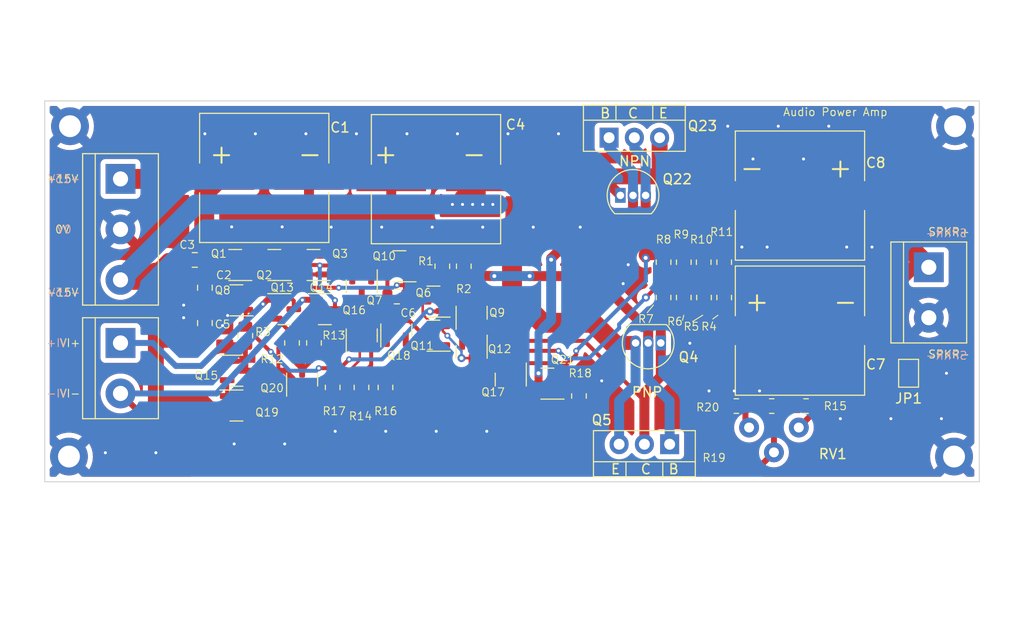
<source format=kicad_pcb>
(kicad_pcb (version 20211014) (generator pcbnew)
  (layers (0 "F.Cu" signal) (31 "B.Cu" signal) (34 "B.Paste" user) (35 "F.Paste" user) (36 "B.SilkS" user "B.Silkscreen") (37 "F.SilkS" user "F.Silkscreen") (38 "B.Mask" user) (39 "F.Mask" user) (44 "Edge.Cuts" user))
  (net 0 "")
  (net 1 "+15V")
  (net 2 "-15V")
  (net 3 "/Vout")
  (net 4 "GND")
  (net 5 "/Vip")
  (net 6 "/Vin")
  (net 7 "Net-(Q1-Pad1)")
  (net 8 "Net-(Q2-Pad1)")
  (net 9 "Net-(Q14-Pad3)")
  (net 10 "/VBP")
  (net 11 "Net-(Q6-Pad2)")
  (net 12 "Net-(Q11-Pad2)")
  (net 13 "Net-(Q13-Pad2)")
  (net 14 "Net-(Q14-Pad2)")
  (net 15 "/VBN")
  (net 16 "Net-(Q15-Pad2)")
  (net 17 "Net-(Q16-Pad2)")
  (net 18 "Net-(Q17-Pad3)")
  (net 19 "Net-(Q20-Pad2)")
  (net 20 "Net-(Q20-Pad3)")
  (net 21 "Net-(Q12-Pad1)")
  (net 22 "Net-(Q4-Pad2)")
  (net 23 "Net-(Q17-Pad1)")
  (net 24 "Net-(Q21-Pad3)")
  (net 25 "/SPKR+")
  (net 26 "Net-(R19-Pad2)")
  (net 27 "Net-(C6-Pad2)")
  (net 28 "Net-(C6-Pad1)")
  (net 29 "Net-(C7-Pad2)")
  (footprint "TerminalBlock:TerminalBlock_bornier-3_P5.08mm" (layer "F.Cu") (at 114.3 97.79 -90)
    (fp_text reference "J1" hide)
    (fp_text value "Conn_01x03")
  )
  (footprint "Package_TO_SOT_SMD:SOT-23" (layer "F.Cu") (at 130.786 110.899)
    (fp_text reference "Q13")
    (fp_text value "MMBT3904")
  )
  (footprint "Resistor_SMD:R_0805_2012Metric" (layer "F.Cu") (at 160.401 119.634 90)
    (fp_text reference "R18")
    (fp_text value "1k")
  )
  (footprint "Package_TO_SOT_SMD:SOT-23" (layer "F.Cu") (at 142.343 106.581 180)
    (fp_text reference "Q10")
    (fp_text value "MMBT5401")
  )
  (footprint "Package_TO_SOT_SMD:SOT-23" (layer "F.Cu") (at 129.77 106.454 180)
    (fp_text reference "Q2")
    (fp_text value "MMBT5401")
  )
  (footprint "Package_TO_SOT_THT:TO-220-3_Vertical" (layer "F.Cu") (at 163.432 93.639)
    (fp_text reference "Q23")
    (fp_text value "TIP41C")
  )
  (footprint "Resistor_SMD:R_0805_2012Metric" (layer "F.Cu") (at 146.661 106.581 90)
    (fp_text reference "R1")
    (fp_text value "1k")
  )
  (footprint "Package_TO_SOT_SMD:SOT-23" (layer "F.Cu") (at 133.707 106.454 180)
    (fp_text reference "Q3")
    (fp_text value "MMBT5401")
  )
  (footprint "Resistor_SMD:R_0805_2012Metric" (layer "F.Cu") (at 176.2285 120.65 180)
    (fp_text reference "R20")
    (fp_text value "0")
  )
  (footprint "Resistor_SMD:R_0805_2012Metric" (layer "F.Cu") (at 175.006 106.172 -90)
    (fp_text reference "R11")
    (fp_text value "1")
  )
  (footprint "TerminalBlock:TerminalBlock_bornier-2_P5.08mm" (layer "F.Cu") (at 114.3 114.3 -90)
    (fp_text reference "J3" hide)
    (fp_text value "Conn_01x02")
  )
  (footprint "MountingHole:MountingHole_2.2mm_M2_DIN965_Pad" (layer "F.Cu") (at 109.117 125.73)
    (fp_text reference "H4" hide)
    (fp_text value "MountingHole_Pad")
  )
  (footprint "MountingHole:MountingHole_2.2mm_M2_DIN965_Pad" (layer "F.Cu") (at 198.223 92.484)
    (fp_text reference "H3" hide)
    (fp_text value "MountingHole_Pad")
  )
  (footprint "Package_TO_SOT_SMD:SOT-23" (layer "F.Cu") (at 134.85 110.899)
    (fp_text reference "Q14")
    (fp_text value "MMBT3904")
  )
  (footprint "Resistor_SMD:R_0805_2012Metric" (layer "F.Cu") (at 133.7564 114.3 90)
    (fp_text reference "R13")
    (fp_text value "100")
  )
  (footprint "Capacitor_SMD:C_0805_2012Metric" (layer "F.Cu") (at 122.785 108.74 -90)
    (fp_text reference "C2")
    (fp_text value "10u")
  )
  (footprint "components_2:cap_elect_CS1E102M-CRI13" (layer "F.Cu") (at 146.026 97.818 -90)
    (fp_text reference "C4")
    (fp_text value "1000u")
  )
  (footprint "Package_TO_SOT_SMD:SOT-23" (layer "F.Cu") (at 149.606 115.189 -90)
    (fp_text reference "Q12")
    (fp_text value "MMBT3904")
  )
  (footprint "Capacitor_SMD:C_0805_2012Metric" (layer "F.Cu") (at 121.769 105.946 180)
    (fp_text reference "C3")
    (fp_text value "10u")
  )
  (footprint "Resistor_SMD:R_0805_2012Metric" (layer "F.Cu") (at 170.942 109.728 -90)
    (fp_text reference "R6")
    (fp_text value "1")
  )
  (footprint "components_2:cap_elect_CS1E102M-CRI13" (layer "F.Cu") (at 182.626 113.058 -90)
    (fp_text reference "C7")
    (fp_text value "1000u")
  )
  (footprint "Package_TO_SOT_SMD:SOT-23" (layer "F.Cu") (at 125.96 110.01 180)
    (fp_text reference "Q8")
    (fp_text value "MMBT5401")
  )
  (footprint "Package_TO_SOT_SMD:SOT-23" (layer "F.Cu") (at 125.833 106.454 180)
    (fp_text reference "Q1")
    (fp_text value "MMBT5401")
  )
  (footprint "Resistor_SMD:R_0805_2012Metric" (layer "F.Cu") (at 138.533 118.773 90)
    (fp_text reference "R14")
    (fp_text value "100")
  )
  (footprint "Resistor_SMD:R_0805_2012Metric" (layer "F.Cu") (at 135.636 118.773 90)
    (fp_text reference "R17")
    (fp_text value "100")
  )
  (footprint "components_2:cap_elect_CS1E102M-CRI13" (layer "F.Cu") (at 128.754 97.691 -90)
    (fp_text reference "C1")
    (fp_text value "1000u")
  )
  (footprint "Package_TO_SOT_SMD:SOT-23" (layer "F.Cu") (at 125.96 117.094)
    (fp_text reference "Q15")
    (fp_text value "MMBT3904")
  )
  (footprint "Package_TO_SOT_SMD:SOT-23" (layer "F.Cu") (at 138.557 113.538 90)
    (fp_text reference "Q16")
    (fp_text value "MMBT3904")
  )
  (footprint "Package_TO_SOT_THT:TO-220-3_Vertical" (layer "F.Cu") (at 169.521 124.4925 180)
    (fp_text reference "Q5")
    (fp_text value "TIP42C")
  )
  (footprint "Resistor_SMD:R_0805_2012Metric" (layer "F.Cu") (at 179.7845 120.65 180)
    (fp_text reference "R19")
    (fp_text value "1k")
  )
  (footprint "Package_TO_SOT_SMD:SOT-23" (layer "F.Cu") (at 142.0368 113.03 90)
    (fp_text reference "Q18")
    (fp_text value "MMBT3904")
  )
  (footprint "Resistor_SMD:R_0805_2012Metric" (layer "F.Cu") (at 131.548 114.3 -90)
    (fp_text reference "R12")
    (fp_text value "100")
  )
  (footprint "Resistor_SMD:R_0805_2012Metric" (layer "F.Cu") (at 126.849 113.566 -90)
    (fp_text reference "R3")
    (fp_text value "4.7k")
  )
  (footprint "Resistor_SMD:R_0805_2012Metric" (layer "F.Cu") (at 175.006 109.728 -90)
    (fp_text reference "R4")
    (fp_text value "1")
  )
  (footprint "Package_TO_SOT_SMD:SOT-23" (layer "F.Cu") (at 153.543 117.983 -90)
    (fp_text reference "Q17")
    (fp_text value "MMBT5401")
  )
  (footprint "Package_TO_SOT_THT:TO-92_Inline" (layer "F.Cu") (at 164.568 99.448)
    (fp_text reference "Q22")
    (fp_text value "PN2222A")
  )
  (footprint "Package_TO_SOT_SMD:SOT-23" (layer "F.Cu") (at 138.557 108.613 -90)
    (fp_text reference "Q7")
    (fp_text value "MMBT5401")
  )
  (footprint "Package_TO_SOT_SMD:SOT-23" (layer "F.Cu") (at 132.564 117.983 90)
    (fp_text reference "Q20")
    (fp_text value "MMBT3904")
  )
  (footprint "Package_TO_SOT_SMD:SOT-23" (layer "F.Cu") (at 145.772 110.137 180)
    (fp_text reference "Q6")
    (fp_text value "MMBT5401")
  )
  (footprint "MountingHole:MountingHole_2.2mm_M2_DIN965_Pad" (layer "F.Cu") (at 198.12 125.73)
    (fp_text reference "H2" hide)
    (fp_text value "MountingHole_Pad")
  )
  (footprint "Resistor_SMD:R_0805_2012Metric" (layer "F.Cu") (at 168.91 106.172 -90)
    (fp_text reference "R8")
    (fp_text value "1")
  )
  (footprint "components_2:bourns_10k_pot_3306W" (layer "F.Cu") (at 182.509 122.809 -90)
    (fp_text reference "RV1")
    (fp_text value "10k")
  )
  (footprint "Package_TO_SOT_SMD:SOT-23" (layer "F.Cu") (at 149.606 111.252 90)
    (fp_text reference "Q9")
    (fp_text value "MMBT3904")
  )
  (footprint "Resistor_SMD:R_0805_2012Metric" (layer "F.Cu") (at 172.946 106.172 -90)
    (fp_text reference "R10")
    (fp_text value "1")
  )
  (footprint "Package_TO_SOT_SMD:SOT-23" (layer "F.Cu") (at 125.96 120.594)
    (fp_text reference "Q19")
    (fp_text value "MMBT3904")
  )
  (footprint "Resistor_SMD:R_0805_2012Metric" (layer "F.Cu") (at 183.237 120.65 180)
    (fp_text reference "R15")
    (fp_text value "10k")
  )
  (footprint "Package_TO_SOT_SMD:SOT-23" (layer "F.Cu") (at 145.772 113.566 180)
    (fp_text reference "Q11")
    (fp_text value "MMBT5401")
  )
  (footprint "components_2:cap_elect_CS1E102M-CRI13" (layer "F.Cu") (at 182.626 99.469 90)
    (fp_text reference "C8")
    (fp_text value "1000u")
  )
  (footprint "Capacitor_SMD:C_0805_2012Metric" (layer "F.Cu") (at 142.089 109.629)
    (fp_text reference "C6")
    (fp_text value "47p")
  )
  (footprint "Jumper:SolderJumper-2_P1.3mm_Open_Pad1.0x1.5mm" (layer "F.Cu") (at 193.548 117.348 -90)
    (fp_text reference "JP1")
    (fp_text value "SolderJumper_2_Open")
  )
  (footprint "Package_TO_SOT_SMD:SOT-23" (layer "F.Cu") (at 157.226 118.392 180)
    (fp_text reference "Q21")
    (fp_text value "MMBT5401")
  )
  (footprint "Package_TO_SOT_THT:TO-92_Inline" (layer "F.Cu") (at 168.632 114.3 180)
    (fp_text reference "Q4")
    (fp_text value "PN2907")
  )
  (footprint "MountingHole:MountingHole_2.2mm_M2_DIN965_Pad" (layer "F.Cu") (at 109.22 92.484)
    (fp_text reference "H1" hide)
    (fp_text value "MountingHole_Pad")
  )
  (footprint "TerminalBlock:TerminalBlock_bornier-2_P5.08mm" (layer "F.Cu") (at 195.58 106.68 -90)
    (fp_text reference "J2" hide)
    (fp_text value "Conn_01x02")
  )
  (footprint "Resistor_SMD:R_0805_2012Metric" (layer "F.Cu") (at 148.82 106.581 90)
    (fp_text reference "R2")
    (fp_text value "1k")
  )
  (footprint "Resistor_SMD:R_0805_2012Metric" (layer "F.Cu") (at 140.946 118.773 -90)
    (fp_text reference "R16")
    (fp_text value "15k")
  )
  (footprint "Resistor_SMD:R_0805_2012Metric" (layer "F.Cu") (at 168.91 109.728 -90)
    (fp_text reference "R7")
    (fp_text value "1")
  )
  (footprint "Capacitor_SMD:C_0805_2012Metric" (layer "F.Cu") (at 122.785 112.296 -90)
    (fp_text reference "C5")
    (fp_text value "10u")
  )
  (footprint "Resistor_SMD:R_0805_2012Metric" (layer "F.Cu") (at 170.942 106.172 -90)
    (fp_text reference "R9")
    (fp_text value "1")
  )
  (footprint "Resistor_SMD:R_0805_2012Metric" (layer "F.Cu") (at 172.974 109.728 -90)
    (fp_text reference "R5")
    (fp_text value "1")
  )
  (gr_line (start 170.815 112.014) (end 170.942 111.506) (layer "F.SilkS") (width 0.1))
  (gr_line (start 167.259 111.252) (end 167.894 110.49) (layer "F.SilkS") (width 0.1))
  (gr_line (start 171.831 112.141) (end 172.847 111.506) (layer "F.SilkS") (width 0.1))
  (gr_line (start 173.863 111.887) (end 174.371 111.506) (layer "F.SilkS") (width 0.1))
  (gr_line (start 106.68 128.27) (end 200.66 128.27) (layer "Edge.Cuts") (width 0.1))
  (gr_line (start 200.66 89.944) (end 106.68 89.944) (layer "Edge.Cuts") (width 0.1))
  (gr_line (start 106.68 89.944) (end 106.68 128.27) (layer "Edge.Cuts") (width 0.1))
  (gr_line (start 200.66 128.27) (end 200.66 89.944) (layer "Edge.Cuts") (width 0.1))
  (gr_text "-15V" (at 108.648572 109.22) (layer "B.SilkS") (effects (font (size 0.8 0.8) (thickness 0.1)) (justify mirror)))
  (gr_text "VI-" (at 107.886572 119.38) (layer "B.SilkS") (effects (font (size 0.8 0.8) (thickness 0.1)) (justify mirror)))
  (gr_text "SPKR-" (at 197.358 115.57) (layer "B.SilkS") (effects (font (size 0.8 0.8) (thickness 0.1)) (justify mirror)))
  (gr_text "VI+" (at 107.886572 114.3) (layer "B.SilkS") (effects (font (size 0.8 0.8) (thickness 0.1)) (justify mirror)))
  (gr_text "SPKR+" (at 197.358 103.251) (layer "B.SilkS") (effects (font (size 0.8 0.8) (thickness 0.1)) (justify mirror)))
  (gr_text "0V" (at 108.648572 102.87) (layer "B.SilkS") (effects (font (size 0.8 0.8) (thickness 0.1)) (justify mirror)))
  (gr_text "+15V" (at 108.648572 97.79) (layer "B.SilkS") (effects (font (size 0.8 0.8) (thickness 0.1)) (justify mirror)))
  (gr_text "B" (at 169.926 127) (layer "F.SilkS") (effects (font (size 1 1))))
  (gr_text "-" (at 133.35 95.25) (layer "F.SilkS") (effects (font (size 2 2) (thickness 0.2))))
  (gr_text "SPKR+" (at 197.612 103.124) (layer "F.SilkS") (effects (font (size 0.8 0.8) (thickness 0.1))))
  (gr_text "-" (at 177.8 96.647) (layer "F.SilkS") (effects (font (size 2 2) (thickness 0.2))))
  (gr_text "B" (at 163.044 91.186) (layer "F.SilkS") (effects (font (size 1 1))))
  (gr_text "VI+" (at 109.22 114.3) (layer "F.SilkS") (effects (font (size 0.8 0.8) (thickness 0.1))))
  (gr_text "E" (at 168.886 91.186) (layer "F.SilkS") (effects (font (size 1 1))))
  (gr_text "PNP" (at 167.259 119.253) (layer "F.SilkS") (effects (font (size 1 1))))
  (gr_text "+" (at 124.46 95.25) (layer "F.SilkS") (effects (font (size 2 2) (thickness 0.2))))
  (gr_text "VI-" (at 109.22 119.38) (layer "F.SilkS") (effects (font (size 0.8 0.8) (thickness 0.1))))
  (gr_text "+" (at 186.69 96.647) (layer "F.SilkS") (effects (font (size 2 2) (thickness 0.2))))
  (gr_text "-" (at 149.86 95.25) (layer "F.SilkS") (effects (font (size 2 2) (thickness 0.2))))
  (gr_text "+" (at 178.308 110.109) (layer "F.SilkS") (effects (font (size 2 2) (thickness 0.2))))
  (gr_text "E" (at 164.084 127) (layer "F.SilkS") (effects (font (size 1 1))))
  (gr_text "-15V" (at 108.458 109.22) (layer "F.SilkS") (effects (font (size 0.8 0.8) (thickness 0.1))))
  (gr_text "C" (at 165.838 91.186) (layer "F.SilkS") (effects (font (size 1 1))))
  (gr_text "Audio Power Amp" (at 186.182 91.059) (layer "F.SilkS") (effects (font (size 0.8 0.8) (thickness 0.1))))
  (gr_text "-" (at 187.198 110.109) (layer "F.SilkS") (effects (font (size 2 2) (thickness 0.2))))
  (gr_text "SPKR-" (at 197.612 115.443) (layer "F.SilkS") (effects (font (size 0.8 0.8) (thickness 0.1))))
  (gr_text "C" (at 167.132 127) (layer "F.SilkS") (effects (font (size 1 1))))
  (gr_text "NPN" (at 165.989 96.012) (layer "F.SilkS") (effects (font (size 1 1))))
  (gr_text "0V" (at 108.458 102.87) (layer "F.SilkS") (effects (font (size 0.8 0.8) (thickness 0.1))))
  (gr_text "+15V" (at 108.458 97.79) (layer "F.SilkS") (effects (font (size 0.8 0.8) (thickness 0.1))))
  (gr_text "+" (at 140.97 95.25) (layer "F.SilkS") (effects (font (size 2 2) (thickness 0.2))))
  (segment (start 161.544 112.268) (end 161.671 112.141) (width 1.6) (layer "F.Cu") (net 1))
  (segment (start 141.9165 104.267) (end 143.2805 105.631) (width 0.6) (layer "F.Cu") (net 1))
  (segment (start 132.969 105.029) (end 133.444 105.504) (width 0.6) (layer "F.Cu") (net 1))
  (segment (start 125.349 104.267) (end 128.905 104.267) (width 1.6) (layer "F.Cu") (net 1))
  (segment (start 122.785 106.012) (end 122.719 105.946) (width 0.6) (layer "F.Cu") (net 1))
  (segment (start 156.718 112.268) (end 161.544 112.268) (width 2) (layer "F.Cu") (net 1))
  (segment (start 132.969 104.267) (end 141.224 104.267) (width 1.6) (layer "F.Cu") (net 1))
  (segment (start 148.844 105.6445) (end 148.82 105.6685) (width 0.6) (layer "F.Cu") (net 1))
  (segment (start 122.719 105.946) (end 122.719 104.992) (width 2) (layer "F.Cu") (net 1))
  (segment (start 141.224 104.267) (end 141.9165 104.267) (width 0.6) (layer "F.Cu") (net 1))
  (segment (start 128.905 104.267) (end 132.969 104.267) (width 1.6) (layer "F.Cu") (net 1))
  (segment (start 122.719 104.992) (end 122.719 99.226) (width 2) (layer "F.Cu") (net 1))
  (segment (start 124.155 97.79) (end 124.254 97.691) (width 2) (layer "F.Cu") (net 1))
  (segment (start 152.781 104.267) (end 153.67 105.156) (width 1.6) (layer "F.Cu") (net 1))
  (segment (start 141.224 104.267) (end 145.796 104.267) (width 1.6) (layer "F.Cu") (net 1))
  (segment (start 145.796 104.267) (end 148.844 104.267) (width 1.6) (layer "F.Cu") (net 1))
  (segment (start 132.969 104.267) (end 132.969 105.029) (width 0.6) (layer "F.Cu") (net 1))
  (segment (start 122.785 107.79) (end 122.785 106.012) (width 1.2) (layer "F.Cu") (net 1))
  (segment (start 153.67 109.22) (end 156.718 112.268) (width 2) (layer "F.Cu") (net 1))
  (segment (start 130.7075 105.504) (end 130.142 105.504) (width 0.6) (layer "F.Cu") (net 1))
  (segment (start 148.844 104.267) (end 148.844 105.6445) (width 0.6) (layer "F.Cu") (net 1))
  (segment (start 122.719 99.226) (end 124.254 97.691) (width 2) (layer "F.Cu") (net 1))
  (segment (start 122.719 105.946) (end 122.719 105.881) (width 1.6) (layer "F.Cu") (net 1))
  (segment (start 122.719 105.946) (end 123.161 105.504) (width 0.6) (layer "F.Cu") (net 1))
  (segment (start 161.671 112.141) (end 163.83 114.3) (width 2) (layer "F.Cu") (net 1))
  (segment (start 145.796 104.267) (end 145.796 104.8035) (width 0.6) (layer "F.Cu") (net 1))
  (segment (start 145.796 104.8035) (end 146.661 105.6685) (width 0.6) (layer "F.Cu") (net 1))
  (segment (start 126.586 105.504) (end 125.349 104.267) (width 0.6) (layer "F.Cu") (net 1))
  (segment (start 123.444 104.267) (end 125.349 104.267) (width 1.6) (layer "F.Cu") (net 1))
  (segment (start 153.67 105.156) (end 153.67 109.22) (width 2) (layer "F.Cu") (net 1))
  (segment (start 133.444 105.504) (end 134.6445 105.504) (width 0.6) (layer "F.Cu") (net 1))
  (segment (start 163.83 114.3) (end 165.93748 114.3) (width 1.4) (layer "F.Cu") (net 1))
  (segment (start 148.844 104.267) (end 152.781 104.267) (width 1.6) (layer "F.Cu") (net 1))
  (segment (start 130.142 105.504) (end 128.905 104.267) (width 0.6) (layer "F.Cu") (net 1))
  (segment (start 114.3 97.79) (end 124.155 97.79) (width 2) (layer "F.Cu") (net 1))
  (segment (start 126.7705 105.504) (end 126.586 105.504) (width 0.6) (layer "F.Cu") (net 1))
  (segment (start 166.092 114.3) (end 166.092 118.482) (width 1) (layer "B.Cu") (net 1))
  (segment (start 164.441 120.133) (end 164.441 124.4925) (width 1) (layer "B.Cu") (net 1))
  (segment (start 166.092 118.482) (end 164.441 120.133) (width 1) (layer "B.Cu") (net 1))
  (segment (start 136.9855 117.3995) (end 138.36052 116.02448) (width 0.254) (layer "F.Cu") (net 2))
  (segment (start 117.098 107.95) (end 117.832 107.216) (width 2) (layer "F.Cu") (net 2))
  (segment (start 117.856 120.142) (end 122.428 120.142) (width 1.6) (layer "F.Cu") (net 2))
  (segment (start 119.102 105.946) (end 120.819 105.946) (width 1) (layer "F.Cu") (net 2))
  (segment (start 119.864 114.074) (end 121.957 114.074) (width 1.4) (layer "F.Cu") (net 2))
  (segment (start 151.638 120.65) (end 160.2975 120.65) (width 1.4) (layer "F.Cu") (net 2))
  (segment (start 117.832 107.216) (end 119.102 105.946) (width 1.4) (layer "F.Cu") (net 2))
  (segment (start 121.957 114.074) (end 122.785 113.246) (width 1.4) (layer "F.Cu") (net 2))
  (segment (start 135.104 119.6855) (end 140.946 119.6855) (width 1.4) (layer "F.Cu") (net 2))
  (segment (start 150.526 97.818) (end 162.938 97.818) (width 2) (layer "F.Cu") (net 2))
  (segment (start 124.333 122.047) (end 132.7425 122.047) (width 1.6) (layer "F.Cu") (net 2))
  (segment (start 117.832 113.312) (end 117.832 114.276) (width 1.4) (layer "F.Cu") (net 2))
  (segment (start 138.4551 109.5505) (end 137.668 110.3376) (width 0.254) (layer "F.Cu") (net 2))
  (segment (start 133.1235 121.666) (end 135.104 119.6855) (width 1.4) (layer "F.Cu") (net 2))
  (segment (start 140.946 119.6855) (end 150.6735 119.6855) (width 1.4) (layer "F.Cu") (net 2))
  (segment (start 137.668 110.3376) (end 137.668 113.125099) (width 0.254) (layer "F.Cu") (net 2))
  (segment (start 163.1185 97.536) (end 168.259 97.536) (width 1.6) (layer "F.Cu") (net 2))
  (segment (start 148.693 99.651) (end 150.526 97.818) (width 1.6) (layer "F.Cu") (net 2))
  (segment (start 148.693 100.358) (end 148.693 99.651) (width 1.6) (layer "F.Cu") (net 2))
  (segment (start 117.856 113.336) (end 117.856 120.142) (width 1.6) (layer "F.Cu") (net 2))
  (segment (start 137.668 113.125099) (end 138.36052 113.817619) (width 0.254) (layer "F.Cu") (net 2))
  (segment (start 114.3 107.95) (end 117.098 107.95) (width 2) (layer "F.Cu") (net 2))
  (segment (start 138.36052 113.817619) (end 138.36052 116.02448) (width 0.254) (layer "F.Cu") (net 2))
  (segment (start 117.832 113.312) (end 117.832 107.216) (width 1.6) (layer "F.Cu") (net 2))
  (segment (start 117.832 113.312) (end 117.856 113.336) (width 1.4) (layer "F.Cu") (net 2))
  (segment (start 150.6735 119.6855) (end 151.638 120.65) (width 1.4) (layer "F.Cu") (net 2))
  (segment (start 160.2975 120.65) (end 160.401 120.5465) (width 1.4) (layer "F.Cu") (net 2))
  (segment (start 132.7425 122.047) (end 133.1235 121.666) (width 1.6) (layer "F.Cu") (net 2))
  (segment (start 136.9855 119.6855) (end 136.9855 117.3995) (width 0.254) (layer "F.Cu") (net 2))
  (segment (start 168.259 97.536) (end 168.512 97.283) (width 1.6) (layer "F.Cu") (net 2))
  (segment (start 162.938 97.818) (end 164.568 99.448) (width 1) (layer "F.Cu") (net 2))
  (segment (start 119.864 114.074) (end 118.594 114.074) (width 1.4) (layer "F.Cu") (net 2))
  (segment (start 168.512 97.283) (end 168.512 93.639) (width 1.6) (layer "F.Cu") (net 2))
  (segment (start 118.594 114.074) (end 117.832 113.312) (width 1.4) (layer "F.Cu") (net 2))
  (segment (start 122.428 120.142) (end 124.333 122.047) (width 1.6) (layer "F.Cu") (net 2))
  (segment (start 138.557 109.5505) (end 138.4551 109.5505) (width 0.254) (layer "F.Cu") (net 2))
  (via (at 149.709 100.358) (size 0.6) (drill 0.3) (layers "F.Cu" "B.Cu") (net 2))
  (via (at 151.741 100.358) (size 0.6) (drill 0.3) (layers "F.Cu" "B.Cu") (net 2))
  (via (at 147.677 100.358) (size 0.6) (drill 0.3) (layers "F.Cu" "B.Cu") (net 2))
  (via (at 150.725 100.358) (size 0.6) (drill 0.3) (layers "F.Cu" "B.Cu") (net 2))
  (via (at 148.693 100.358) (size 0.6) (drill 0.3) (layers "F.Cu" "B.Cu") (net 2))
  (segment (start 147.677 100.358) (end 152.249 100.358) (width 2) (layer "B.Cu") (net 2))
  (segment (start 147.677 100.358) (end 121.892 100.358) (width 2) (layer "B.Cu") (net 2))
  (segment (start 121.892 100.358) (end 114.3 107.95) (width 2) (layer "B.Cu") (net 2))
  (segment (start 148.656 114.2515) (end 149.144599 114.2515) (width 0.254) (layer "F.Cu") (net 3))
  (segment (start 184.1495 120.65) (end 184.1495 118.0125) (width 0.6) (layer "F.Cu") (net 3))
  (segment (start 168.0445 108.8155) (end 167.132 109.728) (width 0.4) (layer "F.Cu") (net 3))
  (segment (start 154.5485 115.09) (end 152.593 117.0455) (width 0.4) (layer "F.Cu") (net 3))
  (segment (start 184.1495 121.1685) (end 184.1495 120.65) (width 0.4) (layer "F.Cu") (net 3))
  (segment (start 149.144599 114.2515) (end 151.938599 117.0455) (width 0.254) (layer "F.Cu") (net 3))
  (segment (start 168.91 108.8155) (end 168.0445 108.8155) (width 0.4) (layer "F.Cu") (net 3))
  (segment (start 158.345 115.09) (end 154.5485 115.09) (width 0.4) (layer "F.Cu") (net 3))
  (segment (start 181.161 117.998) (end 184.135 117.998) (width 2) (layer "F.Cu") (net 3))
  (segment (start 178.126 114.963) (end 181.161 117.998) (width 2) (layer "F.Cu") (net 3))
  (segment (start 184.135 117.998) (end 190.866 117.998) (width 2) (layer "F.Cu") (net 3))
  (segment (start 178.126 113.058) (end 178.126 112.196) (width 2) (layer "F.Cu") (net 3))
  (segment (start 182.509 122.809) (end 184.1495 121.1685) (width 0.6) (layer "F.Cu") (net 3))
  (segment (start 193.548 117.998) (end 190.866 117.998) (width 1.2) (layer "F.Cu") (net 3))
  (segment (start 184.1495 118.0125) (end 184.135 117.998) (width 0.4) (layer "F.Cu") (net 3))
  (segment (start 151.938599 117.0455) (end 152.593 117.0455) (width 0.254) (layer "F.Cu") (net 3))
  (segment (start 178.126 112.196) (end 179.959 110.363) (width 2) (layer "F.Cu") (net 3))
  (segment (start 178.126 113.058) (end 178.126 114.963) (width 2) (layer "F.Cu") (net 3))
  (via (at 167.132 109.728) (size 0.8) (drill 0.4) (layers "F.Cu" "B.Cu") (net 3))
  (via (at 158.345 115.09) (size 0.6) (drill 0.3) (layers "F.Cu" "B.Cu") (net 3))
  (segment (start 161.393 115.852) (end 159.107 115.852) (width 0.4) (layer "B.Cu") (net 3))
  (segment (start 164.441 112.804) (end 161.393 115.852) (width 0.4) (layer "B.Cu") (net 3))
  (segment (start 164.441 112.419) (end 167.132 109.728) (width 0.4) (layer "B.Cu") (net 3))
  (segment (start 164.441 112.804) (end 164.441 112.419) (width 0.4) (layer "B.Cu") (net 3))
  (segment (start 159.107 115.852) (end 158.345 115.09) (width 0.4) (layer "B.Cu") (net 3))
  (via (at 150.725 102.644) (size 0.6) (drill 0.3) (layers "F.Cu" "B.Cu") (net 4))
  (via (at 171.553 114.328) (size 0.6) (drill 0.3) (layers "F.Cu" "B.Cu") (net 4))
  (via (at 135.485 102.644) (size 0.6) (drill 0.3) (layers "F.Cu" "B.Cu") (net 4))
  (via (at 160.528 102.644) (size 0.6) (drill 0.3) (layers "F.Cu" "B.Cu") (net 4))
  (via (at 187.325 104.648) (size 0.6) (drill 0.3) (layers "F.Cu" "B.Cu") (net 4))
  (via (at 122.785 93.246) (size 0.6) (drill 0.3) (layers "F.Cu" "B.Cu") (net 4))
  (via (at 175.363 92.484) (size 0.6) (drill 0.3) (layers "F.Cu" "B.Cu") (net 4))
  (via (at 185.523 92.484) (size 0.6) (drill 0.3) (layers "F.Cu" "B.Cu") (net 4))
  (via (at 132.945 93.246) (size 0.6) (drill 0.3) (layers "F.Cu" "B.Cu") (net 4))
  (via (at 153.265 93.246) (size 0.6) (drill 0.3) (layers "F.Cu" "B.Cu") (net 4))
  (via (at 177.903 95.786) (size 0.6) (drill 0.3) (layers "F.Cu" "B.Cu") (net 4))
  (via (at 176.784 104.648) (size 0.6) (drill 0.3) (layers "F.Cu" "B.Cu") (net 4))
  (via (at 125.73 124.46) (size 0.6) (drill 0.3) (layers "F.Cu" "B.Cu") (net 4))
  (via (at 164.846 108.331) (size 0.6) (drill 0.3) (layers "F.Cu" "B.Cu") (net 4))
  (via (at 182.983 95.786) (size 0.6) (drill 0.3) (layers "F.Cu" "B.Cu") (net 4))
  (via (at 191.77 121.92) (size 0.6) (drill 0.3) (layers "F.Cu" "B.Cu") (net 4))
  (via (at 125.071 111.534) (size 0.6) (drill 0.3) (layers "F.Cu" "B.Cu") (net 4))
  (via (at 143.105 93.246) (size 0.6) (drill 0.3) (layers "F.Cu" "B.Cu") (net 4))
  (via (at 120.65 110.49) (size 0.6) (drill 0.3) (layers "F.Cu" "B.Cu") (net 4))
  (via (at 127.865 93.246) (size 0.6) (drill 0.3) (layers "F.Cu" "B.Cu") (net 4))
  (via (at 120.65 111.76) (size 0.6) (drill 0.3) (layers "F.Cu" "B.Cu") (net 4))
  (via (at 130.81 124.46) (size 0.6) (drill 0.3) (layers "F.Cu" "B.Cu") (net 4))
  (via (at 130.556 102.616) (size 0.6) (drill 0.3) (layers "F.Cu" "B.Cu") (net 4))
  (via (at 162.687 118.11) (size 0.6) (drill 0.3) (layers "F.Cu" "B.Cu") (net 4))
  (via (at 158.345 93.246) (size 0.6) (drill 0.3) (layers "F.Cu" "B.Cu") (net 4))
  (via (at 189.865 104.648) (size 0.6) (drill 0.3) (layers "F.Cu" "B.Cu") (net 4))
  (via (at 151.13 123.19) (size 0.6) (drill 0.3) (layers "F.Cu" "B.Cu") (net 4))
  (via (at 173.482 119.126) (size 0.6) (drill 0.3) (layers "F.Cu" "B.Cu") (net 4))
  (via (at 138.025 93.246) (size 0.6) (drill 0.3) (layers "F.Cu" "B.Cu") (net 4))
  (via (at 124.563 112.55) (size 0.6) (drill 0.3) (layers "F.Cu" "B.Cu") (net 4))
  (via (at 145.645 102.644) (size 0.6) (drill 0.3) (layers "F.Cu" "B.Cu") (net 4))
  (via (at 186.69 121.92) (size 0.6) (drill 0.3) (layers "F.Cu" "B.Cu") (net 4))
  (via (at 140.97 123.19) (size 0.6) (drill 0.3) (layers "F.Cu" "B.Cu") (net 4))
  (via (at 155.805 102.644) (size 0.6) (drill 0.3) (layers "F.Cu" "B.Cu") (net 4))
  (via (at 117.856 125.349) (size 0.6) (drill 0.3) (layers "F.Cu" "B.Cu") (net 4))
  (via (at 196.85 121.92) (size 0.6) (drill 0.3) (layers "F.Cu" "B.Cu") (net 4))
  (via (at 197.358 117.348) (size 0.6) (drill 0.3) (layers "F.Cu" "B.Cu") (net 4))
  (via (at 180.443 92.484) (size 0.6) (drill 0.3) (layers "F.Cu" "B.Cu") (net 4))
  (via (at 165.354 106.426) (size 0.6) (drill 0.3) (layers "F.Cu" "B.Cu") (net 4))
  (via (at 135.89 123.19) (size 0.6) (drill 0.3) (layers "F.Cu" "B.Cu") (net 4))
  (via (at 125.476 102.616) (size 0.6) (drill 0.3) (layers "F.Cu" "B.Cu") (net 4))
  (via (at 112.776 125.349) (size 0.6) (drill 0.3) (layers "F.Cu" "B.Cu") (net 4))
  (via (at 148.185 93.246) (size 0.6) (drill 0.3) (layers "F.Cu" "B.Cu") (net 4))
  (via (at 179.324 104.648) (size 0.6) (drill 0.3) (layers "F.Cu" "B.Cu") (net 4))
  (via (at 146.05 123.19) (size 0.6) (drill 0.3) (layers "F.Cu" "B.Cu") (net 4))
  (via (at 176.022 119.126) (size 0.6) (drill 0.3) (layers "F.Cu" "B.Cu") (net 4))
  (via (at 140.565 102.644) (size 0.6) (drill 0.3) (layers "F.Cu" "B.Cu") (net 4))
  (via (at 178.562 119.126) (size 0.6) (drill 0.3) (layers "F.Cu" "B.Cu") (net 4))
  (segment (start 129.069 109.949) (end 128.627 110.391) (width 0.6) (layer "F.Cu") (net 5))
  (segment (start 129.8485 109.949) (end 129.069 109.949) (width 0.6) (layer "F.Cu") (net 5))
  (via (at 128.627 110.391) (size 0.6) (drill 0.3) (layers "F.Cu" "B.Cu") (net 5))
  (segment (start 117.55 114.3) (end 119.864 116.614) (width 0.6) (layer "B.Cu") (net 5))
  (segment (start 119.864 116.614) (end 122.404 116.614) (width 0.6) (layer "B.Cu") (net 5))
  (segment (start 114.3 114.3) (end 117.55 114.3) (width 0.6) (layer "B.Cu") (net 5))
  (segment (start 122.404 116.614) (end 128.627 110.391) (width 0.6) (layer "B.Cu") (net 5))
  (segment (start 180.009 125.309) (end 180.009 121.338) (width 0.6) (layer "F.Cu") (net 6))
  (segment (start 133.9125 109.949) (end 132.621 109.949) (width 0.6) (layer "F.Cu") (net 6))
  (segment (start 114.3 119.38) (end 121.666 126.746) (width 0.6) (layer "F.Cu") (net 6))
  (segment (start 178.572 126.746) (end 121.666 126.746) (width 0.6) (layer "F.Cu") (net 6))
  (segment (start 180.009 125.309) (end 178.572 126.746) (width 0.6) (layer "F.Cu") (net 6))
  (segment (start 180.009 121.338) (end 180.697 120.65) (width 0.6) (layer "F.Cu") (net 6))
  (segment (start 132.621 109.949) (end 132.588 109.982) (width 0.4) (layer "F.Cu") (net 6))
  (segment (start 180.697 120.65) (end 182.3245 120.65) (width 0.6) (layer "F.Cu") (net 6))
  (via (at 132.588 109.982) (size 0.6) (drill 0.3) (layers "F.Cu" "B.Cu") (net 6))
  (segment (start 123.96832 119.38) (end 114.3 119.38) (width 0.6) (layer "B.Cu") (net 6))
  (segment (start 132.588 109.982) (end 123.96832 119.38) (width 0.6) (layer "B.Cu") (net 6))
  (segment (start 125.0225 106.454) (end 125.9475 106.454) (width 0.4) (layer "F.Cu") (net 7))
  (segment (start 125.9475 106.454) (end 126.8975 107.404) (width 0.4) (layer "F.Cu") (net 7))
  (segment (start 126.8975 107.404) (end 126.8975 109.06) (width 0.4) (layer "F.Cu") (net 7))
  (segment (start 137.1845 107.404) (end 137.456 107.6755) (width 0.4) (layer "F.Cu") (net 8))
  (segment (start 130.7075 107.404) (end 137.1845 107.404) (width 0.4) (layer "F.Cu") (net 8))
  (segment (start 132.7695 106.454) (end 134.2925 106.454) (width 0.4) (layer "F.Cu") (net 9))
  (segment (start 135.866 110.883) (end 135.85 110.899) (width 0.4) (layer "F.Cu") (net 9))
  (segment (start 135.866 110.01) (end 135.866 110.883) (width 0.4) (layer "F.Cu") (net 9))
  (segment (start 134.342 106.5035) (end 138.184 106.5035) (width 0.4) (layer "F.Cu") (net 9))
  (segment (start 134.2925 106.454) (end 134.342 106.5035) (width 0.4) (layer "F.Cu") (net 9))
  (segment (start 138.184 106.5035) (end 139.356 107.6755) (width 0.4) (layer "F.Cu") (net 9))
  (via (at 134.342 106.5035) (size 0.6) (drill 0.3) (layers "F.Cu" "B.Cu") (net 9))
  (via (at 135.866 110.01) (size 0.6) (drill 0.3) (layers "F.Cu" "B.Cu") (net 9))
  (segment (start 134.342 108.486) (end 135.866 110.01) (width 0.4) (layer "B.Cu") (net 9))
  (segment (start 134.342 106.5035) (end 134.342 108.486) (width 0.4) (layer "B.Cu") (net 9))
  (segment (start 129.413 115.189) (end 129.0315 114.836) (width 0.4) (layer "F.Cu") (net 10))
  (segment (start 129.0315 114.836) (end 126.849 112.6535) (width 0.4) (layer "F.Cu") (net 10))
  (segment (start 125.9475 110.01) (end 126.8975 110.96) (width 0.4) (layer "F.Cu") (net 10))
  (segment (start 146.6715 111.125) (end 146.7095 111.087) (width 0.4) (layer "F.Cu") (net 10))
  (segment (start 134.239 116.84) (end 136.398 116.84) (width 0.4) (layer "F.Cu") (net 10))
  (segment (start 125.0225 110.01) (end 125.9475 110.01) (width 0.4) (layer "F.Cu") (net 10))
  (segment (start 145.415 111.125) (end 146.6715 111.125) (width 0.4) (layer "F.Cu") (net 10))
  (segment (start 136.398 116.84) (end 137.287 115.951) (width 0.4) (layer "F.Cu") (net 10))
  (segment (start 126.8975 110.96) (end 126.8975 112.605) (width 0.4) (layer "F.Cu") (net 10))
  (segment (start 126.8975 112.605) (end 126.849 112.6535) (width 0.4) (layer "F.Cu") (net 10))
  (via (at 137.287 115.951) (size 0.6) (drill 0.3) (layers "F.Cu" "B.Cu") (net 10))
  (via (at 134.239 116.84) (size 0.6) (drill 0.3) (layers "F.Cu" "B.Cu") (net 10))
  (via (at 129.413 115.189) (size 0.6) (drill 0.3) (layers "F.Cu" "B.Cu") (net 10))
  (via (at 145.415 111.125) (size 0.8) (drill 0.4) (layers "F.Cu" "B.Cu") (net 10))
  (segment (start 140.589 115.951) (end 141.351 115.189) (width 0.4) (layer "B.Cu") (net 10))
  (segment (start 133.985 117.094) (end 134.239 116.84) (width 0.4) (layer "B.Cu") (net 10))
  (segment (start 129.413 115.189) (end 131.318 117.094) (width 0.4) (layer "B.Cu") (net 10))
  (segment (start 137.287 115.951) (end 140.589 115.951) (width 0.4) (layer "B.Cu") (net 10))
  (segment (start 145.038 111.125) (end 145.415 111.125) (width 0.4) (layer "B.Cu") (net 10))
  (segment (start 131.318 117.094) (end 133.985 117.094) (width 0.4) (layer "B.Cu") (net 10))
  (segment (start 141.351 115.189) (end 145.038 111.125) (width 0.4) (layer "B.Cu") (net 10))
  (segment (start 146.7095 107.542) (end 146.661 107.4935) (width 0.6) (layer "F.Cu") (net 11))
  (segment (start 146.7095 109.187) (end 146.7095 107.542) (width 0.6) (layer "F.Cu") (net 11))
  (segment (start 149.3035 115.824) (end 149.606 116.1265) (width 0.254) (layer "F.Cu") (net 12))
  (segment (start 146.7095 113.1065) (end 147.169 113.566) (width 0.254) (layer "F.Cu") (net 12))
  (segment (start 144.688489 110.283011) (end 144.688489 111.425932) (width 0.254) (layer "F.Cu") (net 12))
  (segment (start 145.878557 112.616) (end 146.7095 112.616) (width 0.254) (layer "F.Cu") (net 12))
  (segment (start 144.688489 111.425932) (end 145.878557 112.616) (width 0.254) (layer "F.Cu") (net 12))
  (segment (start 148.59 115.824) (end 149.3035 115.824) (width 0.254) (layer "F.Cu") (net 12))
  (segment (start 144.8345 110.137) (end 144.688489 110.283011) (width 0.254) (layer "F.Cu") (net 12))
  (segment (start 146.7095 112.616) (end 148.2295 112.616) (width 0.254) (layer "F.Cu") (net 12))
  (segment (start 148.2295 112.616) (end 148.656 112.1895) (width 0.254) (layer "F.Cu") (net 12))
  (segment (start 146.7095 112.616) (end 146.7095 113.1065) (width 0.254) (layer "F.Cu") (net 12))
  (via (at 147.169 113.566) (size 0.6) (drill 0.3) (layers "F.Cu" "B.Cu") (net 12))
  (via (at 148.59 115.824) (size 0.8) (drill 0.4) (layers "F.Cu" "B.Cu") (net 12))
  (segment (start 148.59 115.824) (end 148.59 115.114) (width 0.254) (layer "B.Cu") (net 12))
  (segment (start 148.59 115.114) (end 147.169 113.566) (width 0.254) (layer "B.Cu") (net 12))
  (segment (start 129.8485 111.849) (end 130.0095 111.849) (width 0.4) (layer "F.Cu") (net 13))
  (segment (start 130.0095 111.849) (end 131.548 113.3875) (width 0.4) (layer "F.Cu") (net 13))
  (segment (start 133.9125 113.2314) (end 133.7564 113.3875) (width 0.4) (layer "F.Cu") (net 14))
  (segment (start 133.9125 111.849) (end 133.9125 113.2314) (width 0.4) (layer "F.Cu") (net 14))
  (segment (start 137.55898 114.30048) (end 130.68252 114.30048) (width 0.4) (layer "F.Cu") (net 15))
  (segment (start 130.81 117.094) (end 131.614 117.898) (width 0.6) (layer "F.Cu") (net 15))
  (segment (start 131.614 117.898) (end 131.614 118.9205) (width 0.6) (layer "F.Cu") (net 15))
  (segment (start 126.8975 117.094) (end 130.175 117.094) (width 0.6) (layer "F.Cu") (net 15))
  (segment (start 130.68252 114.30048) (end 130.175 114.808) (width 0.4) (layer "F.Cu") (net 15))
  (segment (start 130.175 117.094) (end 130.81 117.094) (width 0.6) (layer "F.Cu") (net 15))
  (segment (start 130.175 114.808) (end 130.175 117.094) (width 0.4) (layer "F.Cu") (net 15))
  (segment (start 125.0225 119.644) (end 125.9475 119.644) (width 0.4) (layer "F.Cu") (net 16))
  (segment (start 125.9475 119.644) (end 126.8975 120.594) (width 0.4) (layer "F.Cu") (net 16))
  (segment (start 125.0225 119.644) (end 125.0225 117.945) (width 0.4) (layer "F.Cu") (net 16))
  (segment (start 139.507 116.525) (end 139.507 114.4755) (width 0.4) (layer "F.Cu") (net 17))
  (segment (start 138.533 117.499) (end 139.507 116.525) (width 0.4) (layer "F.Cu") (net 17))
  (segment (start 138.533 117.8605) (end 138.533 117.499) (width 0.4) (layer "F.Cu") (net 17))
  (segment (start 141.26802 118.18252) (end 152.80502 118.18252) (width 0.4) (layer "F.Cu") (net 18))
  (segment (start 141.1687 117.8605) (end 142.9868 116.0424) (width 0.4) (layer "F.Cu") (net 18))
  (segment (start 140.946 117.8605) (end 141.1687 117.8605) (width 0.4) (layer "F.Cu") (net 18))
  (segment (start 142.9868 116.0424) (end 142.9868 113.9675) (width 0.4) (layer "F.Cu") (net 18))
  (segment (start 140.946 117.8605) (end 141.26802 118.18252) (width 0.4) (layer "F.Cu") (net 18))
  (segment (start 153.543 118.9205) (end 153.9645 119.342) (width 0.4) (layer "F.Cu") (net 18))
  (segment (start 153.9645 119.342) (end 158.1635 119.342) (width 0.4) (layer "F.Cu") (net 18))
  (segment (start 152.80502 118.18252) (end 153.543 118.9205) (width 0.4) (layer "F.Cu") (net 18))
  (segment (start 134.574 117.8605) (end 133.514 118.9205) (width 0.4) (layer "F.Cu") (net 19))
  (segment (start 135.636 117.8605) (end 134.574 117.8605) (width 0.4) (layer "F.Cu") (net 19))
  (segment (start 133.7564 115.2125) (end 133.7564 115.8531) (width 0.4) (layer "F.Cu") (net 20))
  (segment (start 131.548 115.967) (end 132.564 116.983) (width 0.4) (layer "F.Cu") (net 20))
  (segment (start 131.548 115.2125) (end 133.7564 115.2125) (width 0.4) (layer "F.Cu") (net 20))
  (segment (start 131.548 115.2125) (end 131.548 115.967) (width 0.4) (layer "F.Cu") (net 20))
  (segment (start 133.7564 115.8531) (end 132.564 117.0455) (width 0.4) (layer "F.Cu") (net 20))
  (segment (start 168.632 110.9185) (end 168.91 110.6405) (width 1) (layer "F.Cu") (net 21))
  (segment (start 166.981 119.321478) (end 166.981 120.133) (width 1) (layer "F.Cu") (net 21))
  (segment (start 160.938 114.09) (end 150.7175 114.09) (width 0.4) (layer "F.Cu") (net 21))
  (segment (start 168.91 110.6405) (end 175.006 110.6405) (width 1.4) (layer "F.Cu") (net 21))
  (segment (start 168.632 117.670478) (end 166.981 119.321478) (width 1) (layer "F.Cu") (net 21))
  (segment (start 168.632 114.3) (end 168.632 110.9185) (width 1) (layer "F.Cu") (net 21))
  (segment (start 150.7175 114.09) (end 150.556 114.2515) (width 0.4) (layer "F.Cu") (net 21))
  (segment (start 168.632 114.3) (end 168.632 117.670478) (width 1) (layer "F.Cu") (net 21))
  (segment (start 150.556 112.1895) (end 150.556 114.2515) (width 0.4) (layer "F.Cu") (net 21))
  (segment (start 160.938 114.09) (end 166.981 120.133) (width 0.4) (layer "F.Cu") (net 21))
  (segment (start 166.981 119.321478) (end 166.981 124.4925) (width 1) (layer "F.Cu") (net 21))
  (segment (start 149.606 108.2795) (end 148.82 107.4935) (width 0.4) (layer "F.Cu") (net 22))
  (segment (start 148.82 107.4935) (end 151.892 107.569) (width 1) (layer "F.Cu") (net 22))
  (segment (start 161.78 107.569) (end 161.8555 107.4935) (width 0.4) (layer "F.Cu") (net 22))
  (segment (start 155.448 107.569) (end 161.78 107.569) (width 1) (layer "F.Cu") (net 22))
  (segment (start 167.362 113) (end 167.362 114.3) (width 1) (layer "F.Cu") (net 22))
  (segment (start 149.606 110.3145) (end 149.606 108.2795) (width 0.4) (layer "F.Cu") (net 22))
  (segment (start 161.8555 107.4935) (end 167.362 113) (width 1) (layer "F.Cu") (net 22))
  (via (at 155.448 107.569) (size 0.8) (drill 0.4) (layers "F.Cu" "B.Cu") (net 22))
  (via (at 151.892 107.569) (size 0.8) (drill 0.4) (layers "F.Cu" "B.Cu") (net 22))
  (segment (start 167.362 117.974) (end 169.521 120.133) (width 1) (layer "B.Cu") (net 22))
  (segment (start 151.892 107.569) (end 155.448 107.569) (width 1) (layer "B.Cu") (net 22))
  (segment (start 167.362 114.3) (end 167.362 117.974) (width 1) (layer "B.Cu") (net 22))
  (segment (start 169.521 120.133) (end 169.521 124.4925) (width 1) (layer "B.Cu") (net 22))
  (segment (start 154.493 117.033) (end 155.194 116.332) (width 0.4) (layer "F.Cu") (net 23))
  (segment (start 159.131 116.332) (end 159.20225 116.40325) (width 0.4) (layer "F.Cu") (net 23))
  (segment (start 160.123 115.4825) (end 159.20225 116.40325) (width 0.4) (layer "F.Cu") (net 23))
  (segment (start 159.20225 116.40325) (end 158.1635 117.442) (width 0.4) (layer "F.Cu") (net 23))
  (segment (start 155.194 116.332) (end 159.131 116.332) (width 0.4) (layer "F.Cu") (net 23))
  (segment (start 167.2825 105.2595) (end 167.108 105.434) (width 1.4) (layer "F.Cu") (net 23))
  (segment (start 154.493 117.0455) (end 154.493 117.033) (width 0.4) (layer "F.Cu") (net 23))
  (segment (start 160.123 115.09) (end 160.123 115.4825) (width 0.4) (layer "F.Cu") (net 23))
  (segment (start 167.108 105.434) (end 167.108 105.739) (width 1) (layer "F.Cu") (net 23))
  (segment (start 175.006 105.2595) (end 167.2825 105.2595) (width 1.4) (layer "F.Cu") (net 23))
  (segment (start 167.108 99.448) (end 167.108 105.434) (width 1) (layer "F.Cu") (net 23))
  (via (at 167.108 105.739) (size 0.8) (drill 0.4) (layers "F.Cu" "B.Cu") (net 23))
  (via (at 160.123 115.09) (size 0.6) (drill 0.3) (layers "F.Cu" "B.Cu") (net 23))
  (segment (start 165.972 94.683) (end 165.972 93.639) (width 1) (layer "B.Cu") (net 23))
  (segment (start 167.108 95.819) (end 165.972 94.683) (width 1) (layer "B.Cu") (net 23))
  (segment (start 167.132 108.081) (end 167.132 105.763) (width 0.4) (layer "B.Cu") (net 23))
  (segment (start 167.108 99.448) (end 167.108 95.819) (width 1) (layer "B.Cu") (net 23))
  (segment (start 167.132 105.763) (end 167.108 105.739) (width 0.4) (layer "B.Cu") (net 23))
  (segment (start 160.123 115.09) (end 167.132 108.081) (width 0.4) (layer "B.Cu") (net 23))
  (segment (start 157.607 105.791) (end 157.607 105.918) (width 1) (layer "F.Cu") (net 24))
  (segment (start 158.496 104.902) (end 157.607 105.791) (width 1) (layer "F.Cu") (net 24))
  (segment (start 160.0715 118.392) (end 160.401 118.7215) (width 0.4) (layer "F.Cu") (net 24))
  (segment (start 162.896 104.14) (end 162.134 104.902) (width 1) (layer "F.Cu") (net 24))
  (segment (start 156.337 117.348) (end 156.337 118.3435) (width 0.8) (layer "F.Cu") (net 24))
  (segment (start 156.2885 118.392) (end 160.0715 118.392) (width 0.4) (layer "F.Cu") (net 24))
  (segment (start 165.838 101.198) (end 162.896 104.14) (width 1) (layer "F.Cu") (net 24))
  (segment (start 165.838 99.448) (end 165.838 101.198) (width 1) (layer "F.Cu") (net 24))
  (segment (start 162.134 104.902) (end 158.496 104.902) (width 1) (layer "F.Cu") (net 24))
  (via (at 156.337 117.348) (size 0.8) (drill 0.4) (layers "F.Cu" "B.Cu") (net 24))
  (via (at 157.607 105.918) (size 0.8) (drill 0.4) (layers "F.Cu" "B.Cu") (net 24))
  (segment (start 165.838 97.089) (end 163.432 94.683) (width 1) (layer "B.Cu") (net 24))
  (segment (start 165.838 99.448) (end 165.838 97.089) (width 1) (layer "B.Cu") (net 24))
  (segment (start 157.607 105.918) (end 157.607 112.018) (width 1) (layer "B.Cu") (net 24))
  (segment (start 156.821 112.804) (end 156.817 112.804) (width 0.8) (layer "B.Cu") (net 24))
  (segment (start 157.607 112.018) (end 156.821 112.804) (width 1) (layer "B.Cu") (net 24))
  (segment (start 156.817 112.804) (end 156.337 113.284) (width 0.8) (layer "B.Cu") (net 24))
  (segment (start 163.432 94.683) (end 163.432 93.639) (width 1) (layer "B.Cu") (net 24))
  (segment (start 156.337 113.284) (end 156.337 117.348) (width 0.8) (layer "B.Cu") (net 24))
  (segment (start 193.803 106.855) (end 192.053489 108.604511) (width 1.4) (layer "F.Cu") (net 25))
  (segment (start 193.34848 116.49848) (end 193.548 116.49848) (width 1.4) (layer "F.Cu") (net 25))
  (segment (start 187.126 99.469) (end 188.369 99.469) (width 2) (layer "F.Cu") (net 25))
  (segment (start 188.369 99.469) (end 195.58 106.68) (width 2) (layer "F.Cu") (net 25))
  (segment (start 192.053489 108.604511) (end 192.053489 115.203489) (width 1.4) (layer "F.Cu") (net 25))
  (segment (start 192.053489 115.203489) (end 193.34848 116.49848) (width 1.4) (layer "F.Cu") (net 25))
  (segment (start 178.872 120.65) (end 177.141 120.65) (width 0.6) (layer "F.Cu") (net 26))
  (segment (start 177.141 122.441) (end 177.509 122.809) (width 0.6) (layer "F.Cu") (net 26))
  (segment (start 177.141 120.65) (end 177.141 122.441) (width 0.6) (layer "F.Cu") (net 26))
  (segment (start 131.7235 110.899) (end 131.7235 110.0625) (width 0.4) (layer "F.Cu") (net 27))
  (segment (start 142.8995 109.4895) (end 143.039 109.629) (width 0.4) (layer "F.Cu") (net 27))
  (segment (start 142.089 108.486) (end 142.851 108.486) (width 0.4) (layer "F.Cu") (net 27))
  (segment (start 142.851 108.486) (end 142.8995 108.5345) (width 0.254) (layer "F.Cu") (net 27))
  (segment (start 128.8325 106.454) (end 128.8325 107.9455) (width 0.4) (layer "F.Cu") (net 27))
  (segment (start 142.8995 108.5345) (end 142.8995 109.4895) (width 0.4) (layer "F.Cu") (net 27))
  (segment (start 142.8995 107.531) (end 142.8995 108.5345) (width 0.4) (layer "F.Cu") (net 27))
  (segment (start 130.401 108.74) (end 136.247 108.74) (width 0.4) (layer "F.Cu") (net 27))
  (segment (start 129.627 108.74) (end 130.401 108.74) (width 0.4) (layer "F.Cu") (net 27))
  (segment (start 131.7235 110.0625) (end 130.401 108.74) (width 0.4) (layer "F.Cu") (net 27))
  (segment (start 128.8325 107.9455) (end 129.627 108.74) (width 0.4) (layer "F.Cu") (net 27))
  (via (at 136.247 108.74) (size 0.6) (drill 0.3) (layers "F.Cu" "B.Cu") (net 27))
  (via (at 142.089 108.486) (size 0.6) (drill 0.3) (layers "F.Cu" "B.Cu") (net 27))
  (segment (start 142.089 108.486) (end 141.835 108.74) (width 0.4) (layer "B.Cu") (net 27))
  (segment (start 136.247 108.74) (end 141.835 108.74) (width 0.4) (layer "B.Cu") (net 27))
  (segment (start 138.684 112.6005) (end 138.684 112.084) (width 0.4) (layer "F.Cu") (net 28))
  (segment (start 141.986 112.0925) (end 143.361 112.0925) (width 0.4) (layer "F.Cu") (net 28))
  (segment (start 138.684 112.6005) (end 141.478 112.6005) (width 0.4) (layer "F.Cu") (net 28))
  (segment (start 141.139 109.629) (end 141.139 106.8475) (width 0.4) (layer "F.Cu") (net 28))
  (segment (start 145.7595 113.566) (end 146.7095 114.516) (width 0.4) (layer "F.Cu") (net 28))
  (segment (start 141.139 106.8475) (end 141.4055 106.581) (width 0.4) (layer "F.Cu") (net 28))
  (segment (start 141.478 112.6005) (end 141.986 112.0925) (width 0.4) (layer "F.Cu") (net 28))
  (segment (start 141.0868 113.9675) (end 141.139 109.629) (width 0.4) (layer "F.Cu") (net 28))
  (segment (start 143.361 112.0925) (end 144.8345 113.566) (width 0.4) (layer "F.Cu") (net 28))
  (segment (start 138.684 112.084) (end 141.139 109.629) (width 0.4) (layer "F.Cu") (net 28))
  (segment (start 141.986 112.0925) (end 141.0868 113.9675) (width 0.4) (layer "F.Cu") (net 28))
  (segment (start 144.8345 113.566) (end 145.7595 113.566) (width 0.4) (layer "F.Cu") (net 28))
  (segment (start 141.139 111.2455) (end 141.986 112.0925) (width 0.4) (layer "F.Cu") (net 28))
  (segment (start 178.126 99.469) (end 178.336 99.469) (width 2) (layer "F.Cu") (net 29))
  (segment (start 178.336 99.469) (end 187.126 108.259) (width 2) (layer "F.Cu") (net 29))
  (segment (start 187.126 108.259) (end 187.126 113.058) (width 2) (layer "F.Cu") (net 29))
  (zone (net 3) (net_name "/Vout") (layer "F.Cu") (priority 1) (connect_pads (clearance 0.508)) (min_thickness 0.254) (fill yes (thermal_gap 0.508) (thermal_bridge_width 1))
    (polygon (pts (xy 183.134 106.172) (xy 183.134 116.332) (xy 174.498 116.332) (xy 174.498 111.76) (xy 176.53 111.76) (xy 176.53 109.728) (xy 167.64 109.728) (xy 167.64 106.172) (xy 176.53 106.172)))
  )
  (zone (net 15) (net_name "/VBN") (layer "F.Cu") (priority 1) (connect_pads (clearance 0.508)) (min_thickness 0.254) (fill yes (thermal_gap 0.508) (thermal_bridge_width 0.508))
    (polygon (pts (xy 127.865 117.63) (xy 126.087 117.63) (xy 126.087 116.995) (xy 123.928 116.995) (xy 123.928 113.947) (xy 127.865 113.947)))
  )
  (zone (net 2) (net_name "-15V") (layer "F.Cu") (priority 1) (connect_pads (clearance 0.508)) (min_thickness 0.254) (fill yes (thermal_gap 0.508) (thermal_bridge_width 1))
    (polygon (pts (xy 152.503 101.628) (xy 146.407 101.628) (xy 146.407 96.04) (xy 152.503 96.04)))
  )
  (zone (net 4) (net_name "GND") (layers F&B.Cu) (connect_pads (clearance 0.508)) (min_thickness 0.254) (fill yes (thermal_gap 0.508) (thermal_bridge_width 1))
    (polygon (pts (xy 203.303 143.284) (xy 104.243 143.284) (xy 104.243 79.784) (xy 203.303 79.784)))
  )
)
</source>
